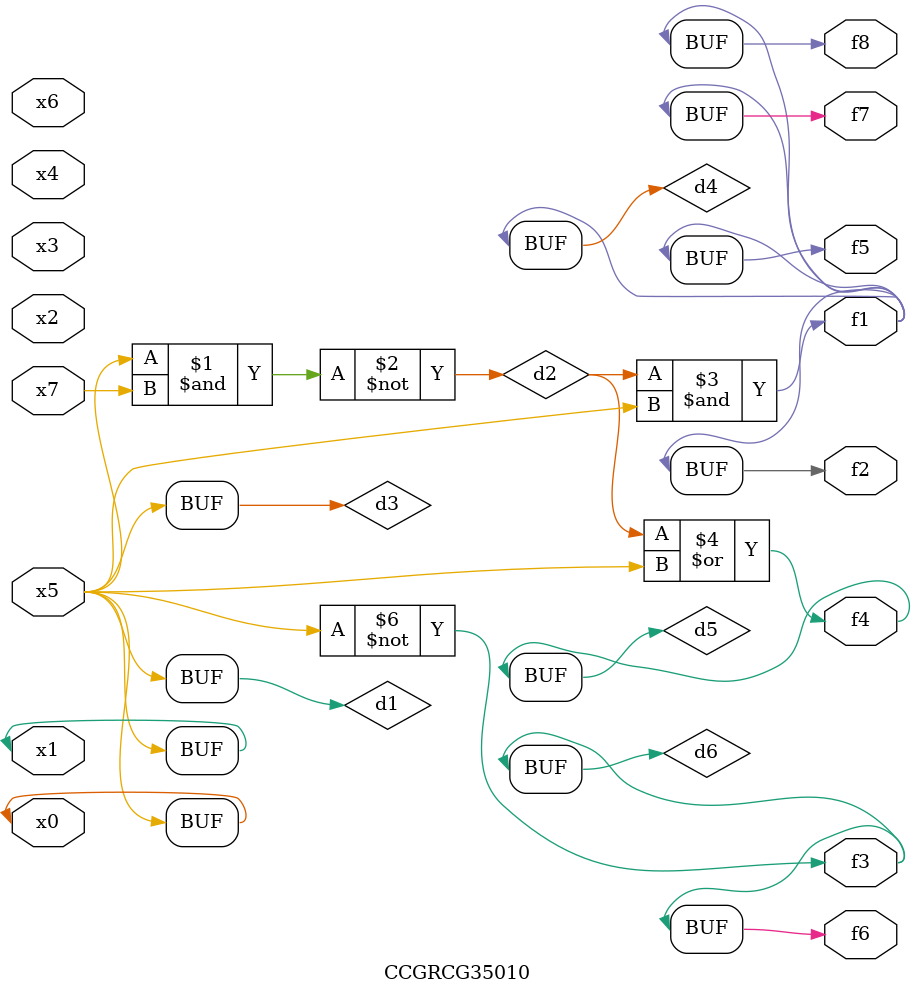
<source format=v>
module CCGRCG35010(
	input x0, x1, x2, x3, x4, x5, x6, x7,
	output f1, f2, f3, f4, f5, f6, f7, f8
);

	wire d1, d2, d3, d4, d5, d6;

	buf (d1, x0, x5);
	nand (d2, x5, x7);
	buf (d3, x0, x1);
	and (d4, d2, d3);
	or (d5, d2, d3);
	nor (d6, d1, d3);
	assign f1 = d4;
	assign f2 = d4;
	assign f3 = d6;
	assign f4 = d5;
	assign f5 = d4;
	assign f6 = d6;
	assign f7 = d4;
	assign f8 = d4;
endmodule

</source>
